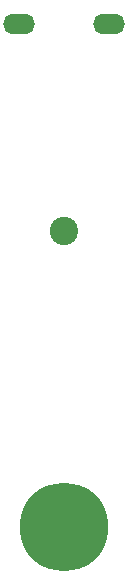
<source format=gbr>
G04 #@! TF.GenerationSoftware,KiCad,Pcbnew,(5.0.0-3-g5ebb6b6)*
G04 #@! TF.CreationDate,2018-08-11T09:42:43-07:00*
G04 #@! TF.ProjectId,pygameboy,707967616D65626F792E6B696361645F,rev?*
G04 #@! TF.SameCoordinates,Original*
G04 #@! TF.FileFunction,Soldermask,Bot*
G04 #@! TF.FilePolarity,Negative*
%FSLAX46Y46*%
G04 Gerber Fmt 4.6, Leading zero omitted, Abs format (unit mm)*
G04 Created by KiCad (PCBNEW (5.0.0-3-g5ebb6b6)) date Saturday, August 11, 2018 at 09:42:43 AM*
%MOMM*%
%LPD*%
G01*
G04 APERTURE LIST*
%ADD10O,2.701600X1.701600*%
%ADD11C,7.501600*%
%ADD12C,2.401600*%
G04 APERTURE END LIST*
D10*
G04 #@! TO.C,J4*
X128450000Y-39751000D03*
X120850000Y-39751000D03*
G04 #@! TD*
D11*
G04 #@! TO.C,J2*
X124650000Y-82350000D03*
G04 #@! TD*
D12*
G04 #@! TO.C,J1*
X124650000Y-57300000D03*
G04 #@! TD*
M02*

</source>
